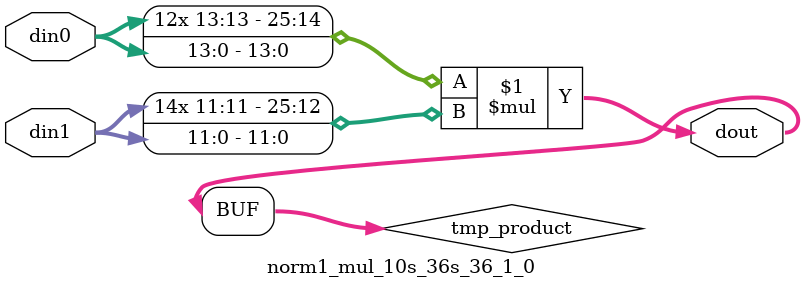
<source format=v>

`timescale 1 ns / 1 ps

 module norm1_mul_10s_36s_36_1_0(din0, din1, dout);
parameter ID = 1;
parameter NUM_STAGE = 0;
parameter din0_WIDTH = 14;
parameter din1_WIDTH = 12;
parameter dout_WIDTH = 26;

input [din0_WIDTH - 1 : 0] din0; 
input [din1_WIDTH - 1 : 0] din1; 
output [dout_WIDTH - 1 : 0] dout;

wire signed [dout_WIDTH - 1 : 0] tmp_product;



























assign tmp_product = $signed(din0) * $signed(din1);








assign dout = tmp_product;





















endmodule

</source>
